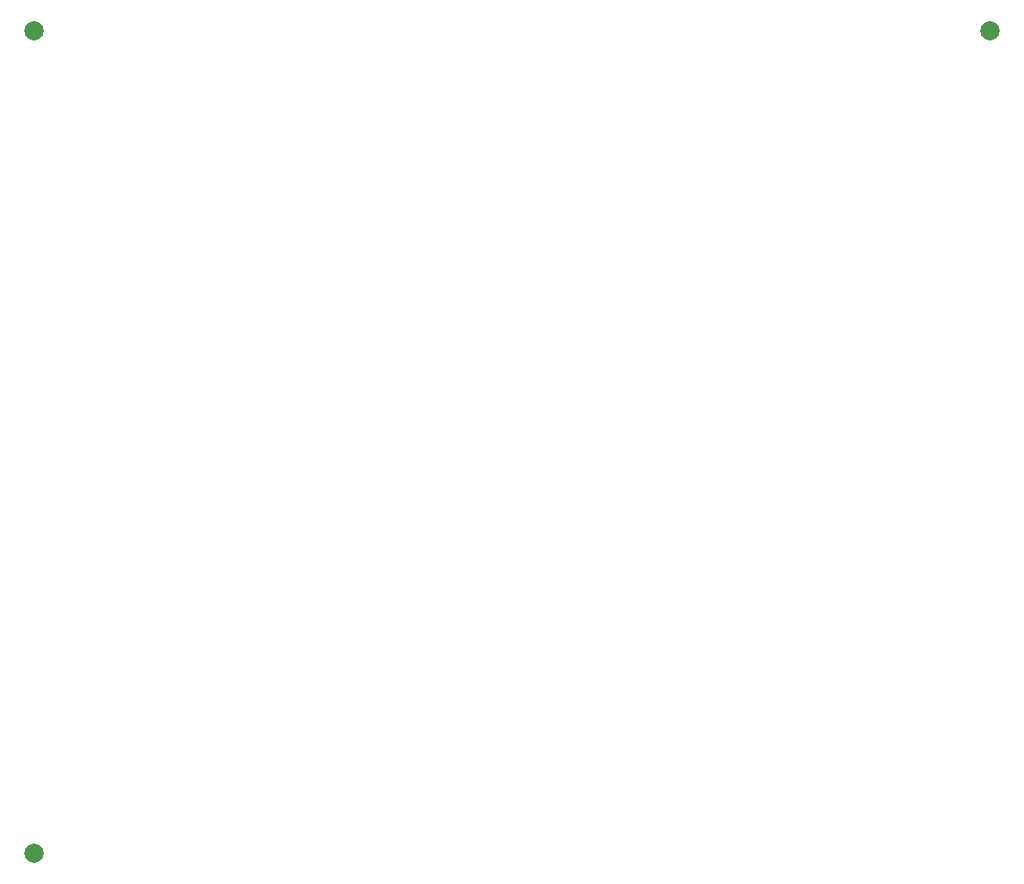
<source format=gbp>
G04 #@! TF.GenerationSoftware,KiCad,Pcbnew,(6.0.7)*
G04 #@! TF.CreationDate,2022-09-19T22:01:38+02:00*
G04 #@! TF.ProjectId,helios-panel,68656c69-6f73-42d7-9061-6e656c2e6b69,rev1.0*
G04 #@! TF.SameCoordinates,Original*
G04 #@! TF.FileFunction,Paste,Bot*
G04 #@! TF.FilePolarity,Positive*
%FSLAX46Y46*%
G04 Gerber Fmt 4.6, Leading zero omitted, Abs format (unit mm)*
G04 Created by KiCad (PCBNEW (6.0.7)) date 2022-09-19 22:01:38*
%MOMM*%
%LPD*%
G01*
G04 APERTURE LIST*
%ADD10C,2.000000*%
G04 APERTURE END LIST*
D10*
G04 #@! TO.C,REF\u002A\u002A*
X102400000Y88540000D03*
G04 #@! TD*
G04 #@! TO.C,REF\u002A\u002A*
X2500000Y88540000D03*
G04 #@! TD*
G04 #@! TO.C,REF\u002A\u002A*
X2500000Y2500000D03*
G04 #@! TD*
M02*

</source>
